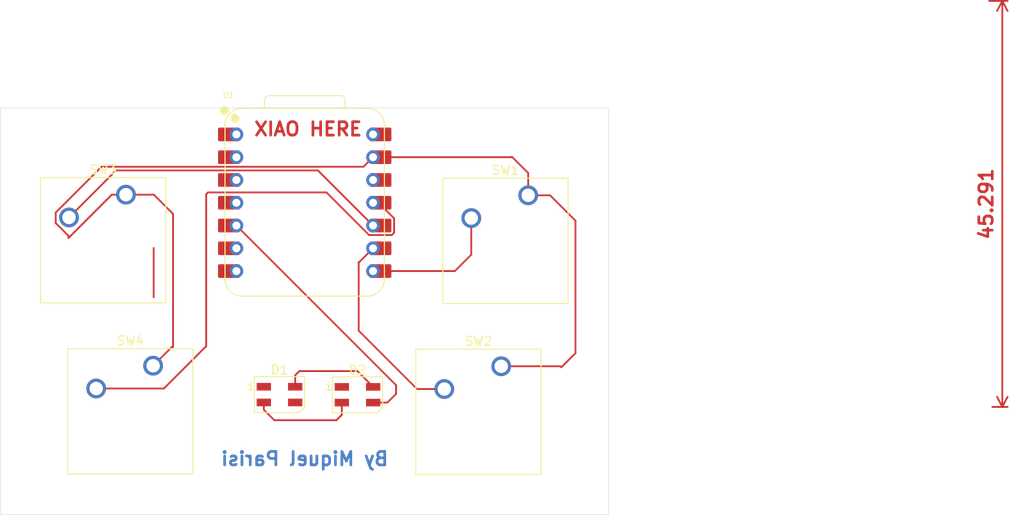
<source format=kicad_pcb>
(kicad_pcb (version 20241229) (generator "pcbnew") (generator_version "9.0")
  (layers (0 "F.Cu" signal) (2 "B.Cu" signal) (13 "F.Paste" user) (15 "B.Paste" user) (5 "F.SilkS" user "F.Silkscreen") (7 "B.SilkS" user "B.Silkscreen") (1 "F.Mask" user) (3 "B.Mask" user) (25 "Edge.Cuts" user))
  (net 0 "")
  (net 3 "Net-(D1-VDD)")
  (net 4 "Net-(D1-VSS)")
  (net 6 "Net-(D2-DIN)")
  (net 7 "Net-(U1-GPIO1{slash}RX)")
  (net 8 "GND")
  (net 9 "Net-(U1-GPIO2{slash}SCK)")
  (net 10 "Net-(U1-GPIO4{slash}MISO)")
  (net 11 "Net-(U1-GPIO3{slash}MOSI)")
  (net 14 "+5V")
  (footprint "LED_SMD:LED_SK6812MINI_PLCC4_3.5x3.5mm_P1.75mm" (layer "F.Cu") (at 134.385 103.925)
    (property "Reference" "D1" (at 0 -2.75 0) (layer "F.SilkS"))
    (property "Value" "SK6812MINI")
    (fp_line (start -2.8 -2) (end -2.8 2) (stroke (width 0.12)) (layer "F.SilkS"))
    (fp_line (start -2.8 -2) (end 2.8 -2) (stroke (width 0.12)) (layer "F.SilkS"))
    (fp_line (start -2.8 2) (end 2.2 2) (stroke (width 0.12)) (layer "F.SilkS"))
    (fp_line (start 2.8 1.4) (end 2.2 2) (stroke (width 0.12)) (layer "F.SilkS"))
    (fp_line (start 2.8 1.4) (end 2.8 -2) (stroke (width 0.12)) (layer "F.SilkS"))
    (fp_text user "1" (at -3.2 -0.875 0) (layer "F.SilkS") (effects (font (size 0.8 0.8))))
    (pad "1" smd rect (at -1.75 -0.875) (size 1.6 0.85) (layers "F.Cu" "F.Mask" "F.Paste"))
    (pad "2" smd rect (at -1.75 0.875) (size 1.6 0.85) (layers "F.Cu" "F.Mask" "F.Paste") (net 4 "Net-(D1-VSS)"))
    (pad "3" smd rect (at 1.75 0.875) (size 1.6 0.85) (layers "F.Cu" "F.Mask" "F.Paste"))
    (pad "4" smd rect (at 1.75 -0.875) (size 1.6 0.85) (layers "F.Cu" "F.Mask" "F.Paste") (net 3 "Net-(D1-VDD)"))
  )
  (footprint "Button_Switch_Keyboard:SW_Cherry_MX_1.00u_PCB" (layer "F.Cu") (at 159.115 100.765)
    (property "Reference" "SW2" (at -2.54 -2.794 0) (layer "F.SilkS"))
    (property "Value" "SW_Push")
    (fp_line (start -9.525 -1.905) (end 4.445 -1.905) (stroke (width 0.12)) (layer "F.SilkS"))
    (fp_line (start -9.525 12.065) (end -9.525 -1.905) (stroke (width 0.12)) (layer "F.SilkS"))
    (fp_line (start 4.445 -1.905) (end 4.445 12.065) (stroke (width 0.12)) (layer "F.SilkS"))
    (fp_line (start 4.445 12.065) (end -9.525 12.065) (stroke (width 0.12)) (layer "F.SilkS"))
    (pad "" np_thru_hole circle (at -7.62 5.08) (size 1.7 1.7) (drill 1.7) (layers "*.Cu" "*.Mask"))
    (pad "" np_thru_hole circle (at -2.54 5.08) (size 4 4) (drill 4) (layers "*.Cu" "*.Mask"))
    (pad "" np_thru_hole circle (at 2.54 5.08) (size 1.7 1.7) (drill 1.7) (layers "*.Cu" "*.Mask"))
    (pad "1" thru_hole circle (at 0 0) (size 2.2 2.2) (drill 1.5) (layers "*.Cu" "*.Mask") (net 8 "GND"))
    (pad "2" thru_hole circle (at -6.35 2.54) (size 2.2 2.2) (drill 1.5) (layers "*.Cu" "*.Mask") (net 9 "Net-(U1-GPIO2{slash}SCK)"))
  )
  (footprint "LED_SMD:LED_SK6812MINI_PLCC4_3.5x3.5mm_P1.75mm" (layer "F.Cu") (at 143.085 103.94)
    (property "Reference" "D2" (at 0 -2.75 0) (layer "F.SilkS"))
    (property "Value" "SK6812MINI")
    (fp_line (start -2.8 -2) (end -2.8 2) (stroke (width 0.12)) (layer "F.SilkS"))
    (fp_line (start -2.8 -2) (end 2.8 -2) (stroke (width 0.12)) (layer "F.SilkS"))
    (fp_line (start -2.8 2) (end 2.2 2) (stroke (width 0.12)) (layer "F.SilkS"))
    (fp_line (start 2.8 1.4) (end 2.2 2) (stroke (width 0.12)) (layer "F.SilkS"))
    (fp_line (start 2.8 1.4) (end 2.8 -2) (stroke (width 0.12)) (layer "F.SilkS"))
    (fp_text user "1" (at -3.2 -0.875 0) (layer "F.SilkS") (effects (font (size 0.8 0.8))))
    (pad "1" smd rect (at -1.75 -0.875) (size 1.6 0.85) (layers "F.Cu" "F.Mask" "F.Paste"))
    (pad "2" smd rect (at -1.75 0.875) (size 1.6 0.85) (layers "F.Cu" "F.Mask" "F.Paste") (net 4 "Net-(D1-VSS)"))
    (pad "3" smd rect (at 1.75 0.875) (size 1.6 0.85) (layers "F.Cu" "F.Mask" "F.Paste") (net 6 "Net-(D2-DIN)"))
    (pad "4" smd rect (at 1.75 -0.875) (size 1.6 0.85) (layers "F.Cu" "F.Mask" "F.Paste") (net 3 "Net-(D1-VDD)"))
  )
  (footprint "Button_Switch_Keyboard:SW_Cherry_MX_1.00u_PCB" (layer "F.Cu") (at 117.255 81.625)
    (property "Reference" "SW3" (at -2.54 -2.794 0) (layer "F.SilkS"))
    (property "Value" "SW_Push")
    (fp_line (start -9.525 -1.905) (end 4.445 -1.905) (stroke (width 0.12)) (layer "F.SilkS"))
    (fp_line (start -9.525 12.065) (end -9.525 -1.905) (stroke (width 0.12)) (layer "F.SilkS"))
    (fp_line (start 4.445 -1.905) (end 4.445 12.065) (stroke (width 0.12)) (layer "F.SilkS"))
    (fp_line (start 4.445 12.065) (end -9.525 12.065) (stroke (width 0.12)) (layer "F.SilkS"))
    (pad "" np_thru_hole circle (at -7.62 5.08) (size 1.7 1.7) (drill 1.7) (layers "*.Cu" "*.Mask"))
    (pad "" np_thru_hole circle (at -2.54 5.08) (size 4 4) (drill 4) (layers "*.Cu" "*.Mask"))
    (pad "" np_thru_hole circle (at 2.54 5.08) (size 1.7 1.7) (drill 1.7) (layers "*.Cu" "*.Mask"))
    (pad "1" thru_hole circle (at 0 0) (size 2.2 2.2) (drill 1.5) (layers "*.Cu" "*.Mask") (net 8 "GND"))
    (pad "2" thru_hole circle (at -6.35 2.54) (size 2.2 2.2) (drill 1.5) (layers "*.Cu" "*.Mask") (net 10 "Net-(U1-GPIO4{slash}MISO)"))
  )
  (footprint "OPL:XIAO-RP2040-DIP" (layer "F.Cu") (at 137.195 82.525)
    (property "Reference" "U1" (at -8.5 -12 0) (layer "F.SilkS") (effects (font (size 0.635 0.635) (thickness 0.1016))))
    (property "Value" "XIAO-RP2040-DIP")
    (fp_line (start -8.89 8.509) (end -8.89 -8.636) (stroke (width 0.127)) (layer "F.SilkS"))
    (fp_line (start -6.985 10.414) (end 6.985 10.414) (stroke (width 0.127)) (layer "F.SilkS"))
    (fp_line (start -4.495 -10.541) (end -4.491272 -11.451272) (stroke (width 0.127)) (layer "F.SilkS"))
    (fp_line (start -3.991272 -11.951) (end 4.004 -11.951) (stroke (width 0.127)) (layer "F.SilkS"))
    (fp_line (start 4.504 -11.451) (end 4.504 -10.541) (stroke (width 0.127)) (layer "F.SilkS"))
    (fp_line (start 6.985 -10.541) (end -6.985 -10.541) (stroke (width 0.1)) (layer "F.SilkS"))
    (fp_line (start 6.985 -10.541) (end -6.985 -10.541) (stroke (width 0.127)) (layer "F.SilkS"))
    (fp_line (start 8.89 8.509) (end 8.89 -8.636) (stroke (width 0.127)) (layer "F.SilkS"))
    (fp_arc (start -8.89 -8.636) (mid -8.332038 -9.983038) (end -6.985 -10.541) (stroke (width 0.127)) (layer "F.SilkS"))
    (fp_arc (start -6.985 10.414) (mid -8.332038 9.856038) (end -8.89 8.509) (stroke (width 0.127)) (layer "F.SilkS"))
    (fp_arc (start -4.491272 -11.451272) (mid -4.344728 -11.80464) (end -3.991272 -11.951) (stroke (width 0.127)) (layer "F.SilkS"))
    (fp_arc (start 4.004 -11.951) (mid 4.357553 -11.804553) (end 4.504 -11.451) (stroke (width 0.127)) (layer "F.SilkS"))
    (fp_arc (start 6.985 -10.541) (mid 8.332038 -9.983038) (end 8.89 -8.636) (stroke (width 0.127)) (layer "F.SilkS"))
    (fp_arc (start 8.89 8.509) (mid 8.332038 9.856038) (end 6.985 10.414) (stroke (width 0.127)) (layer "F.SilkS"))
    (fp_circle (center -8.95 -10.3) (end -8.95 -10.554) (stroke (width 0.5)) (fill yes) (layer "F.SilkS"))
    (fp_circle (center -7.807 -9.42) (end -7.807 -9.674) (stroke (width 0.5)) (fill yes) (layer "F.SilkS"))
    (pad "1" smd roundrect (at -8.455 -7.62 180) (size 2.432 1.524) (layers "F.Cu" "F.Mask") (roundrect_rratio 0.1))
    (pad "1" thru_hole circle (at -7.62 -7.62 180) (size 1.524 1.524) (drill 0.889) (layers "*.Cu" "*.Mask"))
    (pad "2" smd roundrect (at -8.455 -5.08 180) (size 2.432 1.524) (layers "F.Cu" "F.Mask") (roundrect_rratio 0.1))
    (pad "2" thru_hole circle (at -7.62 -5.08 180) (size 1.524 1.524) (drill 0.889) (layers "*.Cu" "*.Mask"))
    (pad "3" smd roundrect (at -8.455 -2.54 180) (size 2.432 1.524) (layers "F.Cu" "F.Mask") (roundrect_rratio 0.1))
    (pad "3" thru_hole circle (at -7.62 -2.54 180) (size 1.524 1.524) (drill 0.889) (layers "*.Cu" "*.Mask"))
    (pad "4" smd roundrect (at -8.455 0 180) (size 2.432 1.524) (layers "F.Cu" "F.Mask") (roundrect_rratio 0.1))
    (pad "4" thru_hole circle (at -7.62 0 180) (size 1.524 1.524) (drill 0.889) (layers "*.Cu" "*.Mask"))
    (pad "5" smd roundrect (at -8.455 2.54 180) (size 2.432 1.524) (layers "F.Cu" "F.Mask") (roundrect_rratio 0.1) (net 6 "Net-(D2-DIN)"))
    (pad "5" thru_hole circle (at -7.62 2.54 180) (size 1.524 1.524) (drill 0.889) (layers "*.Cu" "*.Mask") (net 6 "Net-(D2-DIN)"))
    (pad "6" smd roundrect (at -8.455 5.08 180) (size 2.432 1.524) (layers "F.Cu" "F.Mask") (roundrect_rratio 0.1))
    (pad "6" thru_hole circle (at -7.62 5.08 180) (size 1.524 1.524) (drill 0.889) (layers "*.Cu" "*.Mask"))
    (pad "7" smd roundrect (at -8.455 7.62 180) (size 2.432 1.524) (layers "F.Cu" "F.Mask") (roundrect_rratio 0.1))
    (pad "7" thru_hole circle (at -7.62 7.62 180) (size 1.524 1.524) (drill 0.889) (layers "*.Cu" "*.Mask"))
    (pad "8" thru_hole circle (at 7.62 7.62) (size 1.524 1.524) (drill 0.889) (layers "*.Cu" "*.Mask") (net 7 "Net-(U1-GPIO1{slash}RX)"))
    (pad "8" smd roundrect (at 8.455 7.62) (size 2.432 1.524) (layers "F.Cu" "F.Mask") (roundrect_rratio 0.1) (net 7 "Net-(U1-GPIO1{slash}RX)"))
    (pad "9" thru_hole circle (at 7.62 5.08) (size 1.524 1.524) (drill 0.889) (layers "*.Cu" "*.Mask") (net 9 "Net-(U1-GPIO2{slash}SCK)"))
    (pad "9" smd roundrect (at 8.455 5.08) (size 2.432 1.524) (layers "F.Cu" "F.Mask") (roundrect_rratio 0.1) (net 9 "Net-(U1-GPIO2{slash}SCK)"))
    (pad "10" thru_hole circle (at 7.62 2.54) (size 1.524 1.524) (drill 0.889) (layers "*.Cu" "*.Mask") (net 10 "Net-(U1-GPIO4{slash}MISO)"))
    (pad "10" smd roundrect (at 8.455 2.54) (size 2.432 1.524) (layers "F.Cu" "F.Mask") (roundrect_rratio 0.1) (net 10 "Net-(U1-GPIO4{slash}MISO)"))
    (pad "11" thru_hole circle (at 7.62 0) (size 1.524 1.524) (drill 0.889) (layers "*.Cu" "*.Mask") (net 11 "Net-(U1-GPIO3{slash}MOSI)"))
    (pad "11" smd roundrect (at 8.455 0) (size 2.432 1.524) (layers "F.Cu" "F.Mask") (roundrect_rratio 0.1) (net 11 "Net-(U1-GPIO3{slash}MOSI)"))
    (pad "12" thru_hole circle (at 7.62 -2.54) (size 1.524 1.524) (drill 0.889) (layers "*.Cu" "*.Mask"))
    (pad "12" smd roundrect (at 8.455 -2.54) (size 2.432 1.524) (layers "F.Cu" "F.Mask") (roundrect_rratio 0.1))
    (pad "13" thru_hole circle (at 7.62 -5.08) (size 1.524 1.524) (drill 0.889) (layers "*.Cu" "*.Mask") (net 8 "GND"))
    (pad "13" smd roundrect (at 8.455 -5.08) (size 2.432 1.524) (layers "F.Cu" "F.Mask") (roundrect_rratio 0.1) (net 8 "GND"))
    (pad "14" thru_hole circle (at 7.62 -7.62) (size 1.524 1.524) (drill 0.889) (layers "*.Cu" "*.Mask") (net 14 "+5V"))
    (pad "14" smd roundrect (at 8.455 -7.62) (size 2.432 1.524) (layers "F.Cu" "F.Mask") (roundrect_rratio 0.1) (net 14 "+5V"))
  )
  (footprint "Button_Switch_Keyboard:SW_Cherry_MX_1.00u_PCB" (layer "F.Cu") (at 162.125 81.695)
    (property "Reference" "SW1" (at -2.54 -2.794 0) (layer "F.SilkS"))
    (property "Value" "SW_Push")
    (fp_line (start -9.525 -1.905) (end 4.445 -1.905) (stroke (width 0.12)) (layer "F.SilkS"))
    (fp_line (start -9.525 12.065) (end -9.525 -1.905) (stroke (width 0.12)) (layer "F.SilkS"))
    (fp_line (start 4.445 -1.905) (end 4.445 12.065) (stroke (width 0.12)) (layer "F.SilkS"))
    (fp_line (start 4.445 12.065) (end -9.525 12.065) (stroke (width 0.12)) (layer "F.SilkS"))
    (pad "" np_thru_hole circle (at -7.62 5.08) (size 1.7 1.7) (drill 1.7) (layers "*.Cu" "*.Mask"))
    (pad "" np_thru_hole circle (at -2.54 5.08) (size 4 4) (drill 4) (layers "*.Cu" "*.Mask"))
    (pad "" np_thru_hole circle (at 2.54 5.08) (size 1.7 1.7) (drill 1.7) (layers "*.Cu" "*.Mask"))
    (pad "1" thru_hole circle (at 0 0) (size 2.2 2.2) (drill 1.5) (layers "*.Cu" "*.Mask") (net 8 "GND"))
    (pad "2" thru_hole circle (at -6.35 2.54) (size 2.2 2.2) (drill 1.5) (layers "*.Cu" "*.Mask") (net 7 "Net-(U1-GPIO1{slash}RX)"))
  )
  (footprint "Button_Switch_Keyboard:SW_Cherry_MX_1.00u_PCB" (layer "F.Cu") (at 120.285 100.705)
    (property "Reference" "SW4" (at -2.54 -2.794 0) (layer "F.SilkS"))
    (property "Value" "SW_Push")
    (fp_line (start -9.525 -1.905) (end 4.445 -1.905) (stroke (width 0.12)) (layer "F.SilkS"))
    (fp_line (start -9.525 12.065) (end -9.525 -1.905) (stroke (width 0.12)) (layer "F.SilkS"))
    (fp_line (start 4.445 -1.905) (end 4.445 12.065) (stroke (width 0.12)) (layer "F.SilkS"))
    (fp_line (start 4.445 12.065) (end -9.525 12.065) (stroke (width 0.12)) (layer "F.SilkS"))
    (pad "" np_thru_hole circle (at -7.62 5.08) (size 1.7 1.7) (drill 1.7) (layers "*.Cu" "*.Mask"))
    (pad "" np_thru_hole circle (at -2.54 5.08) (size 4 4) (drill 4) (layers "*.Cu" "*.Mask"))
    (pad "" np_thru_hole circle (at 2.54 5.08) (size 1.7 1.7) (drill 1.7) (layers "*.Cu" "*.Mask"))
    (pad "1" thru_hole circle (at 0 0) (size 2.2 2.2) (drill 1.5) (layers "*.Cu" "*.Mask") (net 8 "GND"))
    (pad "2" thru_hole circle (at -6.35 2.54) (size 2.2 2.2) (drill 1.5) (layers "*.Cu" "*.Mask") (net 11 "Net-(U1-GPIO3{slash}MOSI)"))
  )
  (gr_line (start 120.345 93.07) (end 120.345 87.575) (stroke (width 0.2)) (layer "F.Cu"))
  (gr_rect (start 103.23 71.95) (end 171.09 117.32) (stroke (width 0.05)) (fill no) (layer "Edge.Cuts"))
  (gr_text "XIAO HERE\n" (at 131.415 75.185 0) (layer "F.Cu") (effects (font (size 1.5 1.5) (thickness 0.3) (bold yes)) (justify left bottom)))
  (gr_text "By Miquel Parisi" (at 146.675 111.965 0) (layer "B.Cu") (effects (font (size 1.5 1.5) (thickness 0.3) (bold yes)) (justify left bottom mirror)))
  (dimension (type orthogonal) (layer "F.Cu") (pts (xy 213.04 60.009) (xy 213.4 105.3)) (height 1.97) (orientation 1) (format (prefix "") (suffix "") (units 3) (units_format 0) (precision 4) (suppress_zeroes yes)) (style (thickness 0.2) (arrow_length 1.27) (text_position_mode 0) (arrow_direction outward) (extension_height 0.58642) (extension_offset 0.5) (keep_text_aligned yes)) (gr_text "45.291" (at 213.21 82.6545 90) (layer "F.Cu") (effects (font (size 1.5 1.5) (thickness 0.3)))))
  (segment (start 136.135 103.05) (end 136.135 101.765) (width 0.2) (layer "F.Cu") (net 3))
  (segment (start 136.135 101.765) (end 136.595 101.305) (width 0.2) (layer "F.Cu") (net 3))
  (segment (start 136.595 101.305) (end 143.075 101.305) (width 0.2) (layer "F.Cu") (net 3))
  (segment (start 143.075 101.305) (end 144.835 103.065) (width 0.2) (layer "F.Cu") (net 3))
  (segment (start 133.805 106.785) (end 140.725 106.785) (width 0.2) (layer "F.Cu") (net 4))
  (segment (start 141.335 106.175) (end 141.335 104.815) (width 0.2) (layer "F.Cu") (net 4))
  (segment (start 132.635 104.8) (end 132.635 105.615) (width 0.2) (layer "F.Cu") (net 4))
  (segment (start 132.635 105.615) (end 133.805 106.785) (width 0.2) (layer "F.Cu") (net 4))
  (segment (start 140.725 106.785) (end 141.335 106.175) (width 0.2) (layer "F.Cu") (net 4))
  (segment (start 146.415 104.815) (end 147.385 103.845) (width 0.2) (layer "F.Cu") (net 6))
  (segment (start 144.835 104.815) (end 146.415 104.815) (width 0.2) (layer "F.Cu") (net 6))
  (segment (start 147.385 102.875) (end 129.575 85.065) (width 0.2) (layer "F.Cu") (net 6))
  (segment (start 147.385 103.845) (end 147.385 102.875) (width 0.2) (layer "F.Cu") (net 6))
  (segment (start 153.945 90.145) (end 144.815 90.145) (width 0.2) (layer "F.Cu") (net 7))
  (segment (start 155.775 88.315) (end 153.945 90.145) (width 0.2) (layer "F.Cu") (net 7))
  (segment (start 155.775 84.235) (end 155.775 88.315) (width 0.2) (layer "F.Cu") (net 7))
  (segment (start 160.315 77.405) (end 160.275 77.445) (width 0.2) (layer "F.Cu") (net 8))
  (segment (start 162.125 81.695) (end 162.125 79.215) (width 0.2) (layer "F.Cu") (net 8))
  (segment (start 109.415 83.625) (end 109.415 84.78653) (width 0.2) (layer "F.Cu") (net 8))
  (segment (start 167.395 84.525) (end 167.395 99.305) (width 0.2) (layer "F.Cu") (net 8))
  (segment (start 122.375 98.615) (end 120.285 100.705) (width 0.2) (layer "F.Cu") (net 8))
  (segment (start 122.505 83.765) (end 122.505 98.615) (width 0.2) (layer "F.Cu") (net 8))
  (segment (start 165.825 100.875) (end 165.715 100.765) (width 0.2) (layer "F.Cu") (net 8))
  (segment (start 165.715 100.765) (end 159.115 100.765) (width 0.2) (layer "F.Cu") (net 8))
  (segment (start 117.255 81.625) (end 120.365 81.625) (width 0.2) (layer "F.Cu") (net 8))
  (segment (start 164.565 81.695) (end 167.395 84.525) (width 0.2) (layer "F.Cu") (net 8))
  (segment (start 144.815 77.445) (end 143.752 78.508) (width 0.2) (layer "F.Cu") (net 8))
  (segment (start 120.365 81.625) (end 122.505 83.765) (width 0.2) (layer "F.Cu") (net 8))
  (segment (start 162.125 79.215) (end 160.315 77.405) (width 0.2) (layer "F.Cu") (net 8))
  (segment (start 162.125 81.695) (end 164.565 81.695) (width 0.2) (layer "F.Cu") (net 8))
  (segment (start 110.836 86.465) (end 115.676 81.625) (width 0.2) (layer "F.Cu") (net 8))
  (segment (start 114.532 78.508) (end 109.415 83.625) (width 0.2) (layer "F.Cu") (net 8))
  (segment (start 167.395 99.305) (end 165.825 100.875) (width 0.2) (layer "F.Cu") (net 8))
  (segment (start 109.415 84.78653) (end 110.836 86.20753) (width 0.2) (layer "F.Cu") (net 8))
  (segment (start 110.836 86.20753) (end 110.836 86.465) (width 0.2) (layer "F.Cu") (net 8))
  (segment (start 143.752 78.508) (end 114.532 78.508) (width 0.2) (layer "F.Cu") (net 8))
  (segment (start 115.676 81.625) (end 117.255 81.625) (width 0.2) (layer "F.Cu") (net 8))
  (segment (start 122.505 98.615) (end 122.375 98.615) (width 0.2) (layer "F.Cu") (net 8))
  (segment (start 160.275 77.445) (end 145.65 77.445) (width 0.2) (layer "F.Cu") (net 8))
  (segment (start 143.255 89.165) (end 144.815 87.605) (width 0.2) (layer "F.Cu") (net 9))
  (segment (start 143.215 89.165) (end 143.255 89.165) (width 0.2) (layer "F.Cu") (net 9))
  (segment (start 149.725 103.305) (end 143.215 96.795) (width 0.2) (layer "F.Cu") (net 9))
  (segment (start 143.215 96.795) (end 143.215 89.165) (width 0.2) (layer "F.Cu") (net 9))
  (segment (start 152.765 103.305) (end 149.725 103.305) (width 0.2) (layer "F.Cu") (net 9))
  (segment (start 116.148 78.922) (end 138.672 78.922) (width 0.2) (layer "F.Cu") (net 10))
  (segment (start 110.905 84.165) (end 116.148 78.922) (width 0.2) (layer "F.Cu") (net 10))
  (segment (start 138.672 78.922) (end 144.815 85.065) (width 0.2) (layer "F.Cu") (net 10))
  (segment (start 145.428626 82.525) (end 144.815 82.525) (width 0.2) (layer "F.Cu") (net 11))
  (segment (start 146.905626 86.128) (end 147.167 85.866626) (width 0.2) (layer "F.Cu") (net 11))
  (segment (start 126.205 81.585) (end 126.415 81.375) (width 0.2) (layer "F.Cu") (net 11))
  (segment (start 147.167 84.263374) (end 145.428626 82.525) (width 0.2) (layer "F.Cu") (net 11))
  (segment (start 126.415 81.375) (end 139.62169 81.375) (width 0.2) (layer "F.Cu") (net 11))
  (segment (start 147.167 85.866626) (end 147.167 84.263374) (width 0.2) (layer "F.Cu") (net 11))
  (segment (start 139.62169 81.375) (end 144.37469 86.128) (width 0.2) (layer "F.Cu") (net 11))
  (segment (start 126.205 98.525) (end 126.205 81.585) (width 0.2) (layer "F.Cu") (net 11))
  (segment (start 144.37469 86.128) (end 146.905626 86.128) (width 0.2) (layer "F.Cu") (net 11))
  (segment (start 121.485 103.245) (end 126.205 98.525) (width 0.2) (layer "F.Cu") (net 11))
  (segment (start 113.935 103.245) (end 121.485 103.245) (width 0.2) (layer "F.Cu") (net 11))
)
</source>
